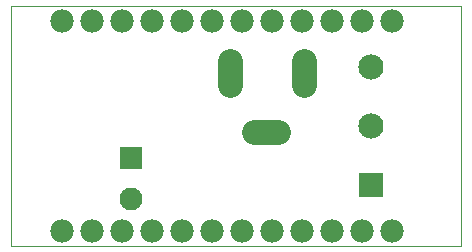
<source format=gbs>
G75*
%MOIN*%
%OFA0B0*%
%FSLAX25Y25*%
%IPPOS*%
%LPD*%
%AMOC8*
5,1,8,0,0,1.08239X$1,22.5*
%
%ADD10C,0.00000*%
%ADD11R,0.08400X0.08400*%
%ADD12C,0.08400*%
%ADD13C,0.08400*%
%ADD14R,0.07683X0.07683*%
%ADD15C,0.07683*%
%ADD16C,0.07800*%
D10*
X0088000Y0011800D02*
X0088000Y0091800D01*
X0238000Y0091800D01*
X0238000Y0011800D01*
X0088000Y0011800D01*
D11*
X0208000Y0032115D03*
D12*
X0208000Y0051800D03*
X0208000Y0071485D03*
D13*
X0185500Y0073300D02*
X0185500Y0065300D01*
X0161000Y0065300D02*
X0161000Y0073300D01*
X0169000Y0049800D02*
X0177000Y0049800D01*
D14*
X0128000Y0041190D03*
D15*
X0128000Y0027410D03*
D16*
X0125000Y0016800D03*
X0115000Y0016800D03*
X0105000Y0016800D03*
X0135000Y0016800D03*
X0145000Y0016800D03*
X0155000Y0016800D03*
X0165000Y0016800D03*
X0175000Y0016800D03*
X0185000Y0016800D03*
X0195000Y0016800D03*
X0205000Y0016800D03*
X0215000Y0016800D03*
X0215000Y0086800D03*
X0205000Y0086800D03*
X0195000Y0086800D03*
X0185000Y0086800D03*
X0175000Y0086800D03*
X0165000Y0086800D03*
X0155000Y0086800D03*
X0145000Y0086800D03*
X0135000Y0086800D03*
X0125000Y0086800D03*
X0115000Y0086800D03*
X0105000Y0086800D03*
M02*

</source>
